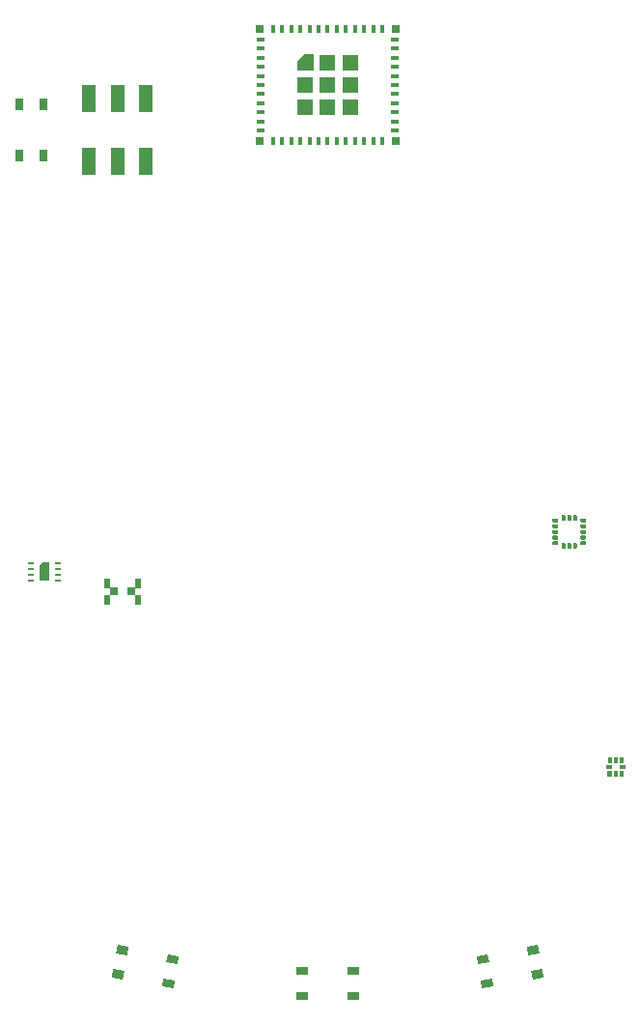
<source format=gtp>
G04 #@! TF.GenerationSoftware,KiCad,Pcbnew,6.0.7+dfsg-1~bpo11+1*
G04 #@! TF.CreationDate,2023-01-24T09:36:57+00:00*
G04 #@! TF.ProjectId,aws-iot-expresslink-demo-badge,6177732d-696f-4742-9d65-787072657373,1*
G04 #@! TF.SameCoordinates,Original*
G04 #@! TF.FileFunction,Paste,Top*
G04 #@! TF.FilePolarity,Positive*
%FSLAX46Y46*%
G04 Gerber Fmt 4.6, Leading zero omitted, Abs format (unit mm)*
G04 Created by KiCad (PCBNEW 6.0.7+dfsg-1~bpo11+1) date 2023-01-24 09:36:57*
%MOMM*%
%LPD*%
G01*
G04 APERTURE LIST*
%ADD10C,0.010000*%
%ADD11R,0.800000X0.800000*%
%ADD12R,0.711200X0.990600*%
%ADD13R,0.800000X0.400000*%
%ADD14R,0.400000X0.800000*%
%ADD15R,1.450000X1.450000*%
%ADD16R,0.700000X0.700000*%
%ADD17R,0.558800X0.889000*%
%ADD18R,0.990600X0.711200*%
%ADD19R,0.550000X0.250000*%
%ADD20R,1.193800X2.489200*%
G04 APERTURE END LIST*
G36*
X136942983Y-151292979D02*
G01*
X136542983Y-151292979D01*
X136542983Y-151072979D01*
X136942983Y-151072979D01*
X136942983Y-151292979D01*
G37*
D10*
X136942983Y-151292979D02*
X136542983Y-151292979D01*
X136542983Y-151072979D01*
X136942983Y-151072979D01*
X136942983Y-151292979D01*
G36*
X135745580Y-151290527D02*
G01*
X135345580Y-151290527D01*
X135345580Y-151070527D01*
X135745580Y-151070527D01*
X135745580Y-151290527D01*
G37*
X135745580Y-151290527D02*
X135345580Y-151290527D01*
X135345580Y-151070527D01*
X135745580Y-151070527D01*
X135745580Y-151290527D01*
G36*
X136754000Y-151980800D02*
G01*
X136534000Y-151980800D01*
X136534000Y-151580800D01*
X136754000Y-151580800D01*
X136754000Y-151980800D01*
G37*
X136754000Y-151980800D02*
X136534000Y-151980800D01*
X136534000Y-151580800D01*
X136754000Y-151580800D01*
X136754000Y-151980800D01*
G36*
X136254000Y-150780800D02*
G01*
X136034000Y-150780800D01*
X136034000Y-150380800D01*
X136254000Y-150380800D01*
X136254000Y-150780800D01*
G37*
X136254000Y-150780800D02*
X136034000Y-150780800D01*
X136034000Y-150380800D01*
X136254000Y-150380800D01*
X136254000Y-150780800D01*
G36*
X136254000Y-151980800D02*
G01*
X136034000Y-151980800D01*
X136034000Y-151580800D01*
X136254000Y-151580800D01*
X136254000Y-151980800D01*
G37*
X136254000Y-151980800D02*
X136034000Y-151980800D01*
X136034000Y-151580800D01*
X136254000Y-151580800D01*
X136254000Y-151980800D01*
G36*
X135754000Y-150780800D02*
G01*
X135534000Y-150780800D01*
X135534000Y-150380800D01*
X135754000Y-150380800D01*
X135754000Y-150780800D01*
G37*
X135754000Y-150780800D02*
X135534000Y-150780800D01*
X135534000Y-150380800D01*
X135754000Y-150380800D01*
X135754000Y-150780800D01*
G36*
X136754000Y-150780800D02*
G01*
X136534000Y-150780800D01*
X136534000Y-150380800D01*
X136754000Y-150380800D01*
X136754000Y-150780800D01*
G37*
X136754000Y-150780800D02*
X136534000Y-150780800D01*
X136534000Y-150380800D01*
X136754000Y-150380800D01*
X136754000Y-150780800D01*
G36*
X135754000Y-151980800D02*
G01*
X135434000Y-151980800D01*
X135434000Y-151580800D01*
X135754000Y-151580800D01*
X135754000Y-151980800D01*
G37*
X135754000Y-151980800D02*
X135434000Y-151980800D01*
X135434000Y-151580800D01*
X135754000Y-151580800D01*
X135754000Y-151980800D01*
D11*
X92156700Y-135839200D03*
X93656700Y-135839200D03*
G36*
X124067884Y-168475047D02*
G01*
X123944385Y-167774651D01*
X124919936Y-167602635D01*
X125043435Y-168303031D01*
X124067884Y-168475047D01*
G37*
G36*
X128499521Y-167693630D02*
G01*
X128376022Y-166993234D01*
X129351573Y-166821218D01*
X129475072Y-167521614D01*
X128499521Y-167693630D01*
G37*
G36*
X124441227Y-170592382D02*
G01*
X124317728Y-169891986D01*
X125293279Y-169719970D01*
X125416778Y-170420366D01*
X124441227Y-170592382D01*
G37*
G36*
X128872864Y-169810965D02*
G01*
X128749365Y-169110569D01*
X129724916Y-168938553D01*
X129848415Y-169638949D01*
X128872864Y-169810965D01*
G37*
D12*
X83845400Y-97652401D03*
X83845400Y-93152399D03*
X85995398Y-97652401D03*
X85995398Y-93152399D03*
G36*
X92317728Y-167521614D02*
G01*
X92441227Y-166821218D01*
X93416778Y-166993234D01*
X93293279Y-167693630D01*
X92317728Y-167521614D01*
G37*
G36*
X96749365Y-168303031D02*
G01*
X96872864Y-167602635D01*
X97848415Y-167774651D01*
X97724916Y-168475047D01*
X96749365Y-168303031D01*
G37*
G36*
X91944385Y-169638949D02*
G01*
X92067884Y-168938553D01*
X93043435Y-169110569D01*
X92919936Y-169810965D01*
X91944385Y-169638949D01*
G37*
G36*
X96376022Y-170420366D02*
G01*
X96499521Y-169719970D01*
X97475072Y-169891986D01*
X97351573Y-170592382D01*
X96376022Y-170420366D01*
G37*
D13*
X104996400Y-87440000D03*
X104996400Y-88240000D03*
X104996400Y-89040000D03*
X104996400Y-89840000D03*
X104996400Y-90640000D03*
X104996400Y-91440000D03*
X104996400Y-92240000D03*
X104996400Y-93040000D03*
X104996400Y-93840000D03*
X104996400Y-94640000D03*
X104996400Y-95440000D03*
D14*
X106096400Y-96340000D03*
X106896400Y-96340000D03*
X107696400Y-96340000D03*
X108496400Y-96340000D03*
X109296400Y-96340000D03*
X110096400Y-96340000D03*
X110896400Y-96340000D03*
X111696400Y-96340000D03*
X112496400Y-96340000D03*
X113296400Y-96340000D03*
X114096400Y-96340000D03*
X114896400Y-96340000D03*
X115696400Y-96340000D03*
D13*
X116796400Y-95440000D03*
X116796400Y-94640000D03*
X116796400Y-93840000D03*
X116796400Y-93040000D03*
X116796400Y-92240000D03*
X116796400Y-91440000D03*
X116796400Y-90640000D03*
X116796400Y-89840000D03*
X116796400Y-89040000D03*
X116796400Y-88240000D03*
X116796400Y-87440000D03*
D15*
X108921400Y-93415000D03*
X112871400Y-93415000D03*
X112871400Y-89465000D03*
D14*
X106896400Y-86540000D03*
X110096400Y-86540000D03*
D15*
X110896400Y-89465000D03*
D14*
X109296400Y-86540000D03*
D16*
X104946400Y-86490000D03*
D14*
X111696400Y-86540000D03*
X114896400Y-86540000D03*
D16*
X116846400Y-96390000D03*
D14*
X114096400Y-86540000D03*
D15*
X108921400Y-91440000D03*
D16*
X116846400Y-86490000D03*
D15*
X110896400Y-91440000D03*
X110896400Y-93415000D03*
D14*
X110896400Y-86540000D03*
G36*
X109646400Y-90190000D02*
G01*
X108196400Y-90190000D01*
X108196400Y-89340000D01*
X108796400Y-88740000D01*
X109646400Y-88740000D01*
X109646400Y-90190000D01*
G37*
X108496400Y-86540000D03*
X107696400Y-86540000D03*
X112496400Y-86540000D03*
X115696400Y-86540000D03*
D16*
X104946400Y-96390000D03*
D14*
X113296400Y-86540000D03*
X106096400Y-86540000D03*
D15*
X112871400Y-91440000D03*
D17*
X94227299Y-136589201D03*
X94227299Y-135089199D03*
X91586101Y-135089199D03*
X91586101Y-136589201D03*
D18*
X108646399Y-169091801D03*
X113146401Y-169091801D03*
X108646399Y-171241799D03*
X113146401Y-171241799D03*
G36*
X86498499Y-134886600D02*
G01*
X85598499Y-134886600D01*
X85598499Y-133556600D01*
X85868499Y-133286600D01*
X86498499Y-133286600D01*
X86498499Y-134886600D01*
G37*
D19*
X84873499Y-133336600D03*
X84873499Y-133836600D03*
X84873499Y-134336600D03*
X84873499Y-134836600D03*
X87223499Y-134836600D03*
X87223499Y-134336600D03*
X87223499Y-133836600D03*
X87223499Y-133336600D03*
G36*
G01*
X130580000Y-129694300D02*
X130580000Y-129519300D01*
G75*
G02*
X130667500Y-129431800I87500J0D01*
G01*
X131042500Y-129431800D01*
G75*
G02*
X131130000Y-129519300I0J-87500D01*
G01*
X131130000Y-129694300D01*
G75*
G02*
X131042500Y-129781800I-87500J0D01*
G01*
X130667500Y-129781800D01*
G75*
G02*
X130580000Y-129694300I0J87500D01*
G01*
G37*
G36*
G01*
X130580000Y-130194300D02*
X130580000Y-130019300D01*
G75*
G02*
X130667500Y-129931800I87500J0D01*
G01*
X131042500Y-129931800D01*
G75*
G02*
X131130000Y-130019300I0J-87500D01*
G01*
X131130000Y-130194300D01*
G75*
G02*
X131042500Y-130281800I-87500J0D01*
G01*
X130667500Y-130281800D01*
G75*
G02*
X130580000Y-130194300I0J87500D01*
G01*
G37*
G36*
G01*
X130580000Y-130694300D02*
X130580000Y-130519300D01*
G75*
G02*
X130667500Y-130431800I87500J0D01*
G01*
X131042500Y-130431800D01*
G75*
G02*
X131130000Y-130519300I0J-87500D01*
G01*
X131130000Y-130694300D01*
G75*
G02*
X131042500Y-130781800I-87500J0D01*
G01*
X130667500Y-130781800D01*
G75*
G02*
X130580000Y-130694300I0J87500D01*
G01*
G37*
G36*
G01*
X130580000Y-131194300D02*
X130580000Y-131019300D01*
G75*
G02*
X130667500Y-130931800I87500J0D01*
G01*
X131042500Y-130931800D01*
G75*
G02*
X131130000Y-131019300I0J-87500D01*
G01*
X131130000Y-131194300D01*
G75*
G02*
X131042500Y-131281800I-87500J0D01*
G01*
X130667500Y-131281800D01*
G75*
G02*
X130580000Y-131194300I0J87500D01*
G01*
G37*
G36*
G01*
X130580000Y-131694300D02*
X130580000Y-131519300D01*
G75*
G02*
X130667500Y-131431800I87500J0D01*
G01*
X131042500Y-131431800D01*
G75*
G02*
X131130000Y-131519300I0J-87500D01*
G01*
X131130000Y-131694300D01*
G75*
G02*
X131042500Y-131781800I-87500J0D01*
G01*
X130667500Y-131781800D01*
G75*
G02*
X130580000Y-131694300I0J87500D01*
G01*
G37*
G36*
G01*
X131405000Y-132019300D02*
X131405000Y-131644300D01*
G75*
G02*
X131492500Y-131556800I87500J0D01*
G01*
X131667500Y-131556800D01*
G75*
G02*
X131755000Y-131644300I0J-87500D01*
G01*
X131755000Y-132019300D01*
G75*
G02*
X131667500Y-132106800I-87500J0D01*
G01*
X131492500Y-132106800D01*
G75*
G02*
X131405000Y-132019300I0J87500D01*
G01*
G37*
G36*
G01*
X131905000Y-132019300D02*
X131905000Y-131644300D01*
G75*
G02*
X131992500Y-131556800I87500J0D01*
G01*
X132167500Y-131556800D01*
G75*
G02*
X132255000Y-131644300I0J-87500D01*
G01*
X132255000Y-132019300D01*
G75*
G02*
X132167500Y-132106800I-87500J0D01*
G01*
X131992500Y-132106800D01*
G75*
G02*
X131905000Y-132019300I0J87500D01*
G01*
G37*
G36*
G01*
X132405000Y-132019300D02*
X132405000Y-131644300D01*
G75*
G02*
X132492500Y-131556800I87500J0D01*
G01*
X132667500Y-131556800D01*
G75*
G02*
X132755000Y-131644300I0J-87500D01*
G01*
X132755000Y-132019300D01*
G75*
G02*
X132667500Y-132106800I-87500J0D01*
G01*
X132492500Y-132106800D01*
G75*
G02*
X132405000Y-132019300I0J87500D01*
G01*
G37*
G36*
G01*
X133030000Y-131694300D02*
X133030000Y-131519300D01*
G75*
G02*
X133117500Y-131431800I87500J0D01*
G01*
X133492500Y-131431800D01*
G75*
G02*
X133580000Y-131519300I0J-87500D01*
G01*
X133580000Y-131694300D01*
G75*
G02*
X133492500Y-131781800I-87500J0D01*
G01*
X133117500Y-131781800D01*
G75*
G02*
X133030000Y-131694300I0J87500D01*
G01*
G37*
G36*
G01*
X133030000Y-131194300D02*
X133030000Y-131019300D01*
G75*
G02*
X133117500Y-130931800I87500J0D01*
G01*
X133492500Y-130931800D01*
G75*
G02*
X133580000Y-131019300I0J-87500D01*
G01*
X133580000Y-131194300D01*
G75*
G02*
X133492500Y-131281800I-87500J0D01*
G01*
X133117500Y-131281800D01*
G75*
G02*
X133030000Y-131194300I0J87500D01*
G01*
G37*
G36*
G01*
X133030000Y-130694300D02*
X133030000Y-130519300D01*
G75*
G02*
X133117500Y-130431800I87500J0D01*
G01*
X133492500Y-130431800D01*
G75*
G02*
X133580000Y-130519300I0J-87500D01*
G01*
X133580000Y-130694300D01*
G75*
G02*
X133492500Y-130781800I-87500J0D01*
G01*
X133117500Y-130781800D01*
G75*
G02*
X133030000Y-130694300I0J87500D01*
G01*
G37*
G36*
G01*
X133030000Y-130194300D02*
X133030000Y-130019300D01*
G75*
G02*
X133117500Y-129931800I87500J0D01*
G01*
X133492500Y-129931800D01*
G75*
G02*
X133580000Y-130019300I0J-87500D01*
G01*
X133580000Y-130194300D01*
G75*
G02*
X133492500Y-130281800I-87500J0D01*
G01*
X133117500Y-130281800D01*
G75*
G02*
X133030000Y-130194300I0J87500D01*
G01*
G37*
G36*
G01*
X133030000Y-129694300D02*
X133030000Y-129519300D01*
G75*
G02*
X133117500Y-129431800I87500J0D01*
G01*
X133492500Y-129431800D01*
G75*
G02*
X133580000Y-129519300I0J-87500D01*
G01*
X133580000Y-129694300D01*
G75*
G02*
X133492500Y-129781800I-87500J0D01*
G01*
X133117500Y-129781800D01*
G75*
G02*
X133030000Y-129694300I0J87500D01*
G01*
G37*
G36*
G01*
X132405000Y-129569300D02*
X132405000Y-129194300D01*
G75*
G02*
X132492500Y-129106800I87500J0D01*
G01*
X132667500Y-129106800D01*
G75*
G02*
X132755000Y-129194300I0J-87500D01*
G01*
X132755000Y-129569300D01*
G75*
G02*
X132667500Y-129656800I-87500J0D01*
G01*
X132492500Y-129656800D01*
G75*
G02*
X132405000Y-129569300I0J87500D01*
G01*
G37*
G36*
G01*
X131905000Y-129569300D02*
X131905000Y-129194300D01*
G75*
G02*
X131992500Y-129106800I87500J0D01*
G01*
X132167500Y-129106800D01*
G75*
G02*
X132255000Y-129194300I0J-87500D01*
G01*
X132255000Y-129569300D01*
G75*
G02*
X132167500Y-129656800I-87500J0D01*
G01*
X131992500Y-129656800D01*
G75*
G02*
X131905000Y-129569300I0J87500D01*
G01*
G37*
G36*
G01*
X131405000Y-129569300D02*
X131405000Y-129194300D01*
G75*
G02*
X131492500Y-129106800I87500J0D01*
G01*
X131667500Y-129106800D01*
G75*
G02*
X131755000Y-129194300I0J-87500D01*
G01*
X131755000Y-129569300D01*
G75*
G02*
X131667500Y-129656800I-87500J0D01*
G01*
X131492500Y-129656800D01*
G75*
G02*
X131405000Y-129569300I0J87500D01*
G01*
G37*
D20*
X94956000Y-92646500D03*
X92456000Y-92646500D03*
X89956000Y-92646500D03*
X94956000Y-98158300D03*
X92456000Y-98158300D03*
X89956000Y-98158300D03*
M02*

</source>
